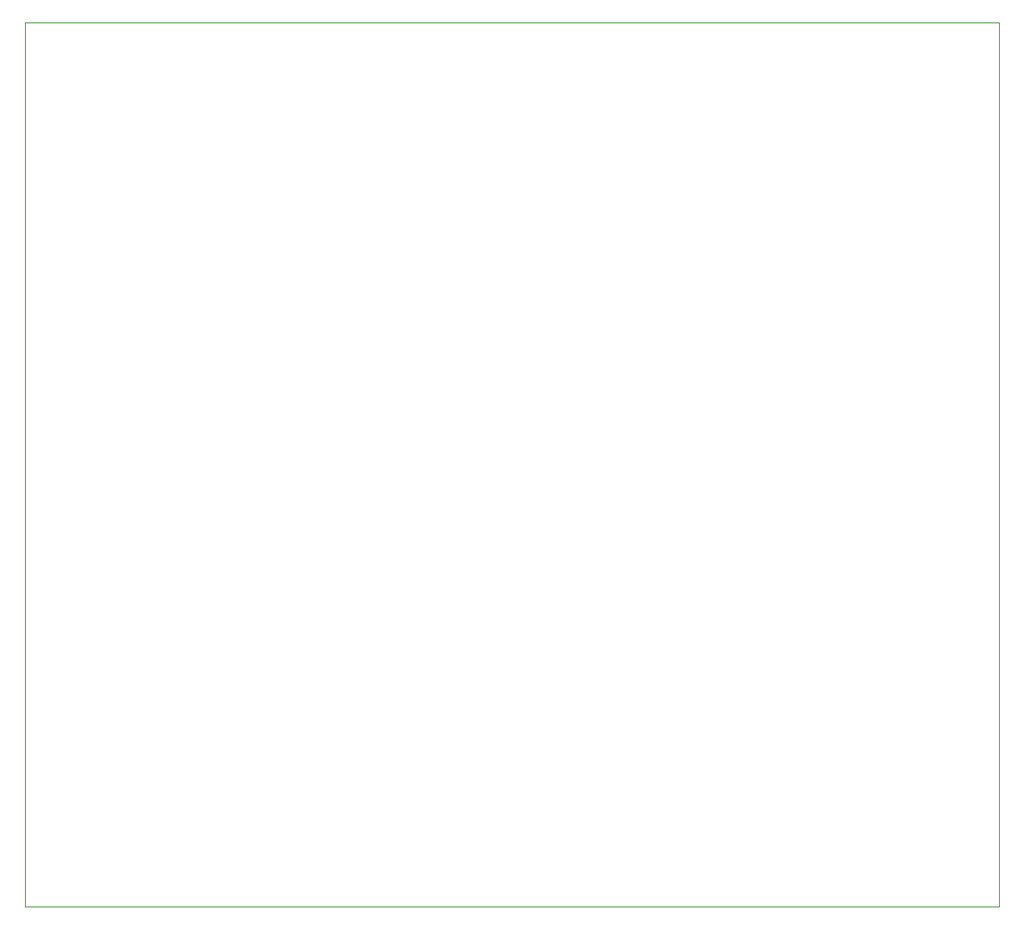
<source format=gbr>
%TF.GenerationSoftware,KiCad,Pcbnew,5.1.6-c6e7f7d~87~ubuntu18.04.1*%
%TF.CreationDate,2020-09-18T10:49:30+02:00*%
%TF.ProjectId,panel,70616e65-6c2e-46b6-9963-61645f706362,rev?*%
%TF.SameCoordinates,Original*%
%TF.FileFunction,Profile,NP*%
%FSLAX46Y46*%
G04 Gerber Fmt 4.6, Leading zero omitted, Abs format (unit mm)*
G04 Created by KiCad (PCBNEW 5.1.6-c6e7f7d~87~ubuntu18.04.1) date 2020-09-18 10:49:30*
%MOMM*%
%LPD*%
G01*
G04 APERTURE LIST*
%TA.AperFunction,Profile*%
%ADD10C,0.100000*%
%TD*%
G04 APERTURE END LIST*
D10*
X149060600Y-49999200D02*
X149061000Y-110000000D01*
X49999200Y-49999400D02*
X149060600Y-49999200D01*
X49999400Y-140000800D02*
X49999200Y-49999400D01*
X149060300Y-140001000D02*
X49999400Y-140000800D01*
X149061000Y-110000000D02*
X149060300Y-140001000D01*
M02*

</source>
